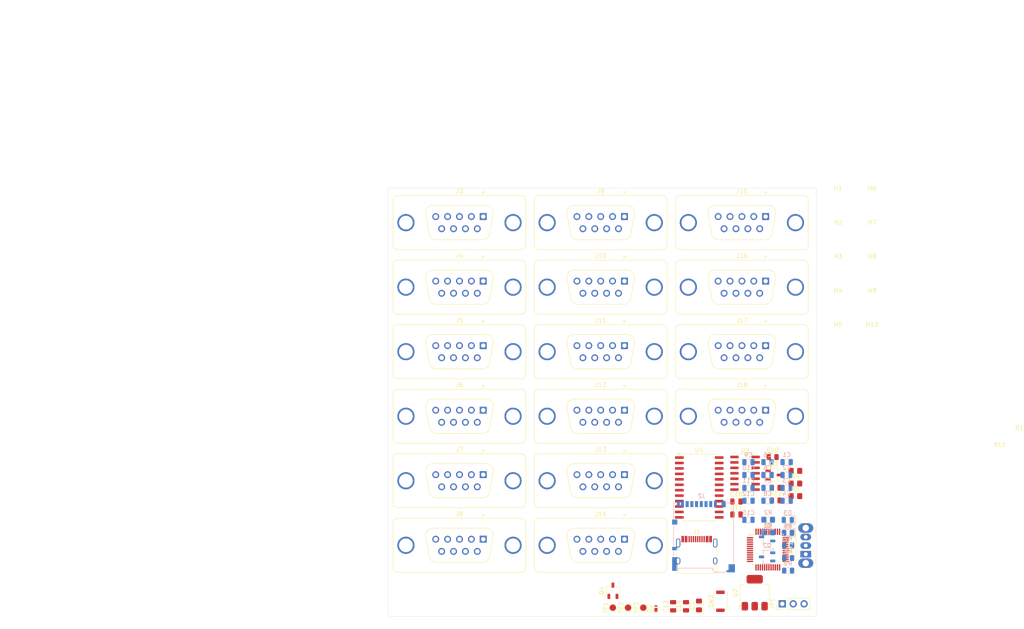
<source format=kicad_pcb>
(kicad_pcb (version 20240108) (generator "pcbnew") (generator_version "8.0")
  (layers (0 "F.Cu" signal) (31 "B.Cu" signal) (34 "B.Paste" user) (35 "F.Paste" user) (36 "B.SilkS" user "B.Silkscreen") (37 "F.SilkS" user "F.Silkscreen") (38 "B.Mask" user) (39 "F.Mask" user) (44 "Edge.Cuts" user))
  (net 0 "")
  (net 1 "+3.3V")
  (net 2 "GND")
  (net 3 "/mcu/HSE_IN")
  (net 4 "/mcu/HSE_OUT")
  (net 5 "/mcu/NRST")
  (net 6 "Net-(D1-K)")
  (net 7 "Net-(JP2-A)")
  (net 8 "Net-(D1-A)")
  (net 9 "Net-(D3-K)")
  (net 10 "Net-(D4-K)")
  (net 11 "VBUS")
  (net 12 "/mcu/UCPD1_CC1")
  (net 13 "/mcu/USB_D+")
  (net 14 "/mcu/UCPD1_CC2")
  (net 16 "/mcu/USB_D-")
  (net 18 "/high_speed_digital/EN_2")
  (net 19 "+5v")
  (net 20 "/high_speed_digital/MOSI-SDA")
  (net 21 "/high_speed_digital/MISO")
  (net 22 "Vbat")
  (net 23 "/high_speed_digital/CLK")
  (net 24 "-5v")
  (net 25 "/high_speed_digital/EN_3")
  (net 26 "/high_speed_digital/EN_4")
  (net 27 "/high_speed_digital/EN_5")
  (net 28 "/high_speed_digital/EN_6")
  (net 29 "/high_speed_digital/EN_7")
  (net 30 "/high_speed_digital/EN_8")
  (net 31 "/high_speed_digital/EN_9")
  (net 32 "/high_speed_digital/EN_10")
  (net 33 "/high_speed_digital/EN_11")
  (net 34 "/high_speed_digital/EN_12")
  (net 35 "/high_speed_digital/EN_13")
  (net 36 "/high_speed_digital/EN_14")
  (net 37 "/high_speed_digital/EN_15")
  (net 38 "/high_speed_digital/EN_16")
  (net 39 "/high_speed_digital/EN_1")
  (net 40 "VBAT")
  (net 41 "Net-(Q1-E)")
  (net 42 "Net-(Q1-B)")
  (net 43 "Net-(Q2-E)")
  (net 44 "Net-(Q2-B)")
  (net 45 "/mcu/SCL")
  (net 46 "Net-(Q3-D)")
  (net 47 "/mcu/I2C_EN")
  (net 48 "/mcu/SDA")
  (net 49 "Net-(Q4-D)")
  (net 50 "Net-(SW1-B)")
  (net 51 "/mcu/BOOT0")
  (net 52 "/interface/SD_CONN")
  (net 53 "/interface/SD_SELECT")
  (net 54 "Net-(U4-Out)")
  (net 84 "Net-(U3-Q0)")
  (net 86 "/high_speed_digital/COUNTER")
  (net 89 "Net-(U3-Q3)")
  (net 91 "/high_speed_digital/COUNTER_RESET")
  (net 92 "Net-(U3-Q1)")
  (net 93 "Net-(U3-Q2)")
  (net 95 "/interface/SCLK")
  (net 97 "/interface/MISO")
  (net 98 "/interface/MOSI")
  (footprint "MountingHole:MountingHole_3.2mm_M3" (layer "F.Cu") (at 216.505 71.601986)
    (property "Reference" "H7" (at 0 -4.2 0) (layer "F.SilkS"))
    (property "Value" "MountingHole")
    (pad "" np_thru_hole circle (at 0 0) (size 3.2 3.2) (drill 3.2) (layers "*.Cu" "*.Mask"))
  )
  (footprint "Resistor_SMD:R_0805_2012Metric" (layer "F.Cu") (at 194.0125 132.311324)
    (property "Reference" "R12" (at 0 -1.65 0) (layer "F.SilkS"))
    (property "Value" "R")
    (pad "1" smd roundrect (at -0.9125 0) (size 1.025 1.4) (layers "F.Cu" "F.Paste" "F.Mask") (roundrect_rratio 0.243902) (net 1 "+3.3V"))
    (pad "2" smd roundrect (at 0.9125 0) (size 1.025 1.4) (layers "F.Cu" "F.Paste" "F.Mask") (roundrect_rratio 0.243902) (net 49 "Net-(Q4-D)"))
  )
  (footprint "Resistor_SMD:R_0805_2012Metric" (layer "F.Cu") (at 194.0125 129.361324)
    (property "Reference" "R11" (at 52.26 -10.013972 0) (layer "F.SilkS"))
    (property "Value" "R")
    (pad "1" smd roundrect (at -0.9125 0) (size 1.025 1.4) (layers "F.Cu" "F.Paste" "F.Mask") (roundrect_rratio 0.243902) (net 1 "+3.3V"))
    (pad "2" smd roundrect (at 0.9125 0) (size 1.025 1.4) (layers "F.Cu" "F.Paste" "F.Mask") (roundrect_rratio 0.243902) (net 46 "Net-(Q3-D)"))
  )
  (footprint "Connector_Dsub:DSUB-9_Female_Vertical_P2.77x2.84mm_MountingHoles" (layer "F.Cu") (at 191.655 111.229338)
    (property "Reference" "J18" (at -5.54 -5.89 0) (layer "F.SilkS"))
    (property "Value" "DE9_Receptacle")
    (pad "0" thru_hole circle (at -18.04 1.42) (size 4 4) (drill 3.2) (layers "*.Cu" "*.Mask"))
    (pad "0" thru_hole circle (at 6.96 1.42) (size 4 4) (drill 3.2) (layers "*.Cu" "*.Mask"))
    (pad "1" thru_hole rect (at 0 0) (size 1.6 1.6) (drill 1) (layers "*.Cu" "*.Mask") (net 23 "/high_speed_digital/CLK"))
    (pad "2" thru_hole circle (at -2.77 0) (size 1.6 1.6) (drill 1) (layers "*.Cu" "*.Mask") (net 20 "/high_speed_digital/MOSI-SDA"))
    (pad "3" thru_hole circle (at -5.54 0) (size 1.6 1.6) (drill 1) (layers "*.Cu" "*.Mask") (net 22 "Vbat"))
    (pad "4" thru_hole circle (at -8.31 0) (size 1.6 1.6) (drill 1) (layers "*.Cu" "*.Mask") (net 19 "+5v"))
    (pad "5" thru_hole circle (at -11.08 0) (size 1.6 1.6) (drill 1) (layers "*.Cu" "*.Mask") (net 2 "GND"))
    (pad "6" thru_hole circle (at -1.385 2.84) (size 1.6 1.6) (drill 1) (layers "*.Cu" "*.Mask") (net 21 "/high_speed_digital/MISO"))
    (pad "7" thru_hole circle (at -4.155 2.84) (size 1.6 1.6) (drill 1) (layers "*.Cu" "*.Mask") (net 39 "/high_speed_digital/EN_1"))
    (pad "8" thru_hole circle (at -6.925 2.84) (size 1.6 1.6) (drill 1) (layers "*.Cu" "*.Mask") (net 24 "-5v"))
    (pad "9" thru_hole circle (at -9.695 2.84) (size 1.6 1.6) (drill 1) (layers "*.Cu" "*.Mask") (net 1 "+3.3V"))
  )
  (footprint "MountingHole:MountingHole_3.2mm_M3" (layer "F.Cu") (at 216.505 95.451986)
    (property "Reference" "H10" (at 0 -4.2 0) (layer "F.SilkS"))
    (property "Value" "MountingHole")
    (pad "" np_thru_hole circle (at 0 0) (size 3.2 3.2) (drill 3.2) (layers "*.Cu" "*.Mask"))
  )
  (footprint "Resistor_SMD:R_0805_2012Metric_Pad1.20x1.40mm_HandSolder" (layer "F.Cu") (at 198.6 125.411324)
    (property "Reference" "R1" (at 52.26 -10.013972 0) (layer "F.SilkS"))
    (property "Value" "10k")
    (pad "1" smd roundrect (at -1 0) (size 1.2 1.4) (layers "F.Cu" "F.Paste" "F.Mask") (roundrect_rratio 0.208333) (net 50 "Net-(SW1-B)"))
    (pad "2" smd roundrect (at 1 0) (size 1.2 1.4) (layers "F.Cu" "F.Paste" "F.Mask") (roundrect_rratio 0.208333) (net 51 "/mcu/BOOT0"))
  )
  (footprint "Package_SO:SOIC-14_3.9x8.7mm_P1.27mm" (layer "F.Cu") (at 186.845 125.973014)
    (property "Reference" "U3" (at 0 -5.28 0) (layer "F.SilkS"))
    (property "Value" "74HC4024")
    (pad "1" smd roundrect (at -2.475 -3.81) (size 1.95 0.6) (layers "F.Cu" "F.Paste" "F.Mask") (net 86 "/high_speed_digital/COUNTER"))
    (pad "2" smd roundrect (at -2.475 -2.54) (size 1.95 0.6) (layers "F.Cu" "F.Paste" "F.Mask") (net 91 "/high_speed_digital/COUNTER_RESET"))
    (pad "3" smd roundrect (at -2.475 -1.27) (size 1.95 0.6) (layers "F.Cu" "F.Paste" "F.Mask"))
    (pad "4" smd roundrect (at -2.475 0) (size 1.95 0.6) (layers "F.Cu" "F.Paste" "F.Mask"))
    (pad "5" smd roundrect (at -2.475 1.27) (size 1.95 0.6) (layers "F.Cu" "F.Paste" "F.Mask"))
    (pad "6" smd roundrect (at -2.475 2.54) (size 1.95 0.6) (layers "F.Cu" "F.Paste" "F.Mask") (net 89 "Net-(U3-Q3)"))
    (pad "7" smd roundrect (at -2.475 3.81) (size 1.95 0.6) (layers "F.Cu" "F.Paste" "F.Mask") (net 2 "GND"))
    (pad "8" smd roundrect (at 2.475 3.81) (size 1.95 0.6) (layers "F.Cu" "F.Paste" "F.Mask"))
    (pad "9" smd roundrect (at 2.475 2.54) (size 1.95 0.6) (layers "F.Cu" "F.Paste" "F.Mask") (net 93 "Net-(U3-Q2)"))
    (pad "10" smd roundrect (at 2.475 1.27) (size 1.95 0.6) (layers "F.Cu" "F.Paste" "F.Mask"))
    (pad "11" smd roundrect (at 2.475 0) (size 1.95 0.6) (layers "F.Cu" "F.Paste" "F.Mask") (net 92 "Net-(U3-Q1)"))
    (pad "12" smd roundrect (at 2.475 -1.27) (size 1.95 0.6) (layers "F.Cu" "F.Paste" "F.Mask") (net 84 "Net-(U3-Q0)"))
    (pad "13" smd roundrect (at 2.475 -2.54) (size 1.95 0.6) (layers "F.Cu" "F.Paste" "F.Mask"))
    (pad "14" smd roundrect (at 2.475 -3.81) (size 1.95 0.6) (layers "F.Cu" "F.Paste" "F.Mask") (net 1 "+3.3V"))
  )
  (footprint "Connector_Dsub:DSUB-9_Female_Vertical_P2.77x2.84mm_MountingHoles" (layer "F.Cu") (at 125.755 81.090662)
    (property "Reference" "J4" (at -5.54 -5.89 0) (layer "F.SilkS"))
    (property "Value" "DE9_Receptacle")
    (pad "0" thru_hole circle (at -18.04 1.42) (size 4 4) (drill 3.2) (layers "*.Cu" "*.Mask"))
    (pad "0" thru_hole circle (at 6.96 1.42) (size 4 4) (drill 3.2) (layers "*.Cu" "*.Mask"))
    (pad "1" thru_hole rect (at 0 0) (size 1.6 1.6) (drill 1) (layers "*.Cu" "*.Mask") (net 23 "/high_speed_digital/CLK"))
    (pad "2" thru_hole circle (at -2.77 0) (size 1.6 1.6) (drill 1) (layers "*.Cu" "*.Mask") (net 20 "/high_speed_digital/MOSI-SDA"))
    (pad "3" thru_hole circle (at -5.54 0) (size 1.6 1.6) (drill 1) (layers "*.Cu" "*.Mask") (net 22 "Vbat"))
    (pad "4" thru_hole circle (at -8.31 0) (size 1.6 1.6) (drill 1) (layers "*.Cu" "*.Mask") (net 19 "+5v"))
    (pad "5" thru_hole circle (at -11.08 0) (size 1.6 1.6) (drill 1) (layers "*.Cu" "*.Mask") (net 2 "GND"))
    (pad "6" thru_hole circle (at -1.385 2.84) (size 1.6 1.6) (drill 1) (layers "*.Cu" "*.Mask") (net 21 "/high_speed_digital/MISO"))
    (pad "7" thru_hole circle (at -4.155 2.84) (size 1.6 1.6) (drill 1) (layers "*.Cu" "*.Mask") (net 25 "/high_speed_digital/EN_3"))
    (pad "8" thru_hole circle (at -6.925 2.84) (size 1.6 1.6) (drill 1) (layers "*.Cu" "*.Mask") (net 24 "-5v"))
    (pad "9" thru_hole circle (at -9.695 2.84) (size 1.6 1.6) (drill 1) (layers "*.Cu" "*.Mask") (net 1 "+3.3V"))
  )
  (footprint "MountingHole:MountingHole_3.2mm_M3" (layer "F.Cu") (at 208.555 63.651986)
    (property "Reference" "H1" (at 0 -4.2 0) (layer "F.SilkS"))
    (property "Value" "MountingHole")
    (pad "" np_thru_hole circle (at 0 0) (size 3.2 3.2) (drill 3.2) (layers "*.Cu" "*.Mask"))
  )
  (footprint "Capacitor_SMD:C_0805_2012Metric" (layer "F.Cu") (at 184.845 132.578014)
    (property "Reference" "C16" (at 0 -1.68 0) (layer "F.SilkS"))
    (property "Value" "C")
    (pad "1" smd roundrect (at -0.95 0) (size 1 1.45) (layers "F.Cu" "F.Paste" "F.Mask") (net 1 "+3.3V"))
    (pad "2" smd roundrect (at 0.95 0) (size 1 1.45) (layers "F.Cu" "F.Paste" "F.Mask") (net 2 "GND"))
  )
  (footprint "Connector_PinHeader_2.54mm:PinHeader_1x03_P2.54mm_Vertical" (layer "F.Cu") (at 195.545 156.461324 90)
    (property "Reference" "JP1" (at 0 -2.33 270) (layer "F.SilkS"))
    (property "Value" "Jumper_3_Open")
    (pad "1" thru_hole rect (at 0 0 90) (size 1.7 1.7) (drill 1) (layers "*.Cu" "*.Mask") (net 40 "VBAT"))
    (pad "2" thru_hole oval (at 0 2.54 90) (size 1.7 1.7) (drill 1) (layers "*.Cu" "*.Mask") (net 8 "Net-(D1-A)"))
    (pad "3" thru_hole oval (at 0 5.08 90) (size 1.7 1.7) (drill 1) (layers "*.Cu" "*.Mask") (net 11 "VBUS"))
  )
  (footprint "Connector_Dsub:DSUB-9_Female_Vertical_P2.77x2.84mm_MountingHoles" (layer "F.Cu") (at 125.755 96.16)
    (property "Reference" "J5" (at -5.54 -5.89 0) (layer "F.SilkS"))
    (property "Value" "DE9_Receptacle")
    (pad "0" thru_hole circle (at -18.04 1.42) (size 4 4) (drill 3.2) (layers "*.Cu" "*.Mask"))
    (pad "0" thru_hole circle (at 6.96 1.42) (size 4 4) (drill 3.2) (layers "*.Cu" "*.Mask"))
    (pad "1" thru_hole rect (at 0 0) (size 1.6 1.6) (drill 1) (layers "*.Cu" "*.Mask") (net 23 "/high_speed_digital/CLK"))
    (pad "2" thru_hole circle (at -2.77 0) (size 1.6 1.6) (drill 1) (layers "*.Cu" "*.Mask") (net 20 "/high_speed_digital/MOSI-SDA"))
    (pad "3" thru_hole circle (at -5.54 0) (size 1.6 1.6) (drill 1) (layers "*.Cu" "*.Mask") (net 22 "Vbat"))
    (pad "4" thru_hole circle (at -8.31 0) (size 1.6 1.6) (drill 1) (layers "*.Cu" "*.Mask") (net 19 "+5v"))
    (pad "5" thru_hole circle (at -11.08 0) (size 1.6 1.6) (drill 1) (layers "*.Cu" "*.Mask") (net 2 "GND"))
    (pad "6" thru_hole circle (at -1.385 2.84) (size 1.6 1.6) (drill 1) (layers "*.Cu" "*.Mask") (net 21 "/high_speed_digital/MISO"))
    (pad "7" thru_hole circle (at -4.155 2.84) (size 1.6 1.6) (drill 1) (layers "*.Cu" "*.Mask") (net 26 "/high_speed_digital/EN_4"))
    (pad "8" thru_hole circle (at -6.925 2.84) (size 1.6 1.6) (drill 1) (layers "*.Cu" "*.Mask") (net 24 "-5v"))
    (pad "9" thru_hole circle (at -9.695 2.84) (size 1.6 1.6) (drill 1) (layers "*.Cu" "*.Mask") (net 1 "+3.3V"))
  )
  (footprint "Connector_Dsub:DSUB-9_Female_Vertical_P2.77x2.84mm_MountingHoles" (layer "F.Cu") (at 158.705 81.090662)
    (property "Reference" "J10" (at -5.54 -5.89 0) (layer "F.SilkS"))
    (property "Value" "DE9_Receptacle")
    (pad "0" thru_hole circle (at -18.04 1.42) (size 4 4) (drill 3.2) (layers "*.Cu" "*.Mask"))
    (pad "0" thru_hole circle (at 6.96 1.42) (size 4 4) (drill 3.2) (layers "*.Cu" "*.Mask"))
    (pad "1" thru_hole rect (at 0 0) (size 1.6 1.6) (drill 1) (layers "*.Cu" "*.Mask") (net 23 "/high_speed_digital/CLK"))
    (pad "2" thru_hole circle (at -2.77 0) (size 1.6 1.6) (drill 1) (layers "*.Cu" "*.Mask") (net 20 "/high_speed_digital/MOSI-SDA"))
    (pad "3" thru_hole circle (at -5.54 0) (size 1.6 1.6) (drill 1) (layers "*.Cu" "*.Mask") (net 22 "Vbat"))
    (pad "4" thru_hole circle (at -8.31 0) (size 1.6 1.6) (drill 1) (layers "*.Cu" "*.Mask") (net 19 "+5v"))
    (pad "5" thru_hole circle (at -11.08 0) (size 1.6 1.6) (drill 1) (layers "*.Cu" "*.Mask") (net 2 "GND"))
    (pad "6" thru_hole circle (at -1.385 2.84) (size 1.6 1.6) (drill 1) (layers "*.Cu" "*.Mask") (net 21 "/high_speed_digital/MISO"))
    (pad "7" thru_hole circle (at -4.155 2.84) (size 1.6 1.6) (drill 1) (layers "*.Cu" "*.Mask") (net 31 "/high_speed_digital/EN_9"))
    (pad "8" thru_hole circle (at -6.925 2.84) (size 1.6 1.6) (drill 1) (layers "*.Cu" "*.Mask") (net 24 "-5v"))
    (pad "9" thru_hole circle (at -9.695 2.84) (size 1.6 1.6) (drill 1) (layers "*.Cu" "*.Mask") (net 1 "+3.3V"))
  )
  (footprint "Button_Switch_SMD:SW_Push_SPST_NO_Alps_SKRK" (layer "F.Cu") (at 181.1 155.861324 90)
    (property "Reference" "SW2" (at 0 -2.25 270) (layer "F.SilkS"))
    (property "Value" "RESET")
    (pad "1" smd roundrect (at -2.1 0 90) (size 0.8 2) (layers "F.Cu" "F.Paste" "F.Mask") (net 2 "GND"))
    (pad "2" smd roundrect (at 2.1 0 90) (size 0.8 2) (layers "F.Cu" "F.Paste" "F.Mask") (net 5 "/mcu/NRST"))
  )
  (footprint "Package_SO:SOIC-24W_7.5x15.4mm_P1.27mm" (layer "F.Cu") (at 176.165 129.288014)
    (property "Reference" "U4" (at 0 -8.65 0) (layer "F.SilkS"))
    (property "Value" "~")
    (pad "1" smd roundrect (at -4.65 -6.985) (size 2.05 0.6) (layers "F.Cu" "F.Paste" "F.Mask") (net 54 "Net-(U4-Out)"))
    (pad "2" smd roundrect (at -4.65 -5.715) (size 2.05 0.6) (layers "F.Cu" "F.Paste" "F.Mask") (net 30 "/high_speed_digital/EN_8"))
    (pad "3" smd roundrect (at -4.65 -4.445) (size 2.05 0.6) (layers "F.Cu" "F.Paste" "F.Mask") (net 29 "/high_speed_digital/EN_7"))
    (pad "4" smd roundrect (at -4.65 -3.175) (size 2.05 0.6) (layers "F.Cu" "F.Paste" "F.Mask") (net 28 "/high_speed_digital/EN_6"))
    (pad "5" smd roundrect (at -4.65 -1.905) (size 2.05 0.6) (layers "F.Cu" "F.Paste" "F.Mask") (net 27 "/high_speed_digital/EN_5"))
    (pad "6" smd roundrect (at -4.65 -0.635) (size 2.05 0.6) (layers "F.Cu" "F.Paste" "F.Mask") (net 26 "/high_speed_digital/EN_4"))
    (pad "7" smd roundrect (at -4.65 0.635) (size 2.05 0.6) (layers "F.Cu" "F.Paste" "F.Mask") (net 25 "/high_speed_digital/EN_3"))
    (pad "8" smd roundrect (at -4.65 1.905) (size 2.05 0.6) (layers "F.Cu" "F.Paste" "F.Mask") (net 18 "/high_speed_digital/EN_2"))
    (pad "9" smd roundrect (at -4.65 3.175) (size 2.05 0.6) (layers "F.Cu" "F.Paste" "F.Mask") (net 39 "/high_speed_digital/EN_1"))
    (pad "10" smd roundrect (at -4.65 4.445) (size 2.05 0.6) (layers "F.Cu" "F.Paste" "F.Mask") (net 89 "Net-(U3-Q3)"))
    (pad "11" smd roundrect (at -4.65 5.715) (size 2.05 0.6) (layers "F.Cu" "F.Paste" "F.Mask") (net 93 "Net-(U3-Q2)"))
    (pad "12" smd roundrect (at -4.65 6.985) (size 2.05 0.6) (layers "F.Cu" "F.Paste" "F.Mask") (net 2 "GND"))
    (pad "13" smd roundrect (at 4.65 6.985) (size 2.05 0.6) (layers "F.Cu" "F.Paste" "F.Mask") (net 84 "Net-(U3-Q0)"))
    (pad "14" smd roundrect (at 4.65 5.715) (size 2.05 0.6) (layers "F.Cu" "F.Paste" "F.Mask") (net 92 "Net-(U3-Q1)"))
    (pad "15" smd roundrect (at 4.65 4.445) (size 2.05 0.6) (layers "F.Cu" "F.Paste" "F.Mask") (net 2 "GND"))
    (pad "16" smd roundrect (at 4.65 3.175) (size 2.05 0.6) (layers "F.Cu" "F.Paste" "F.Mask") (net 38 "/high_speed_digital/EN_16"))
    (pad "17" smd roundrect (at 4.65 1.905) (size 2.05 0.6) (layers "F.Cu" "F.Paste" "F.Mask") (net 37 "/high_speed_digital/EN_15"))
    (pad "18" smd roundrect (at 4.65 0.635) (size 2.05 0.6) (layers "F.Cu" "F.Paste" "F.Mask") (net 36 "/high_speed_digital/EN_14"))
    (pad "19" smd roundrect (at 4.65 -0.635) (size 2.05 0.6) (layers "F.Cu" "F.Paste" "F.Mask") (net 35 "/high_speed_digital/EN_13"))
    (pad "20" smd roundrect (at 4.65 -1.905) (size 2.05 0.6) (layers "F.Cu" "F.Paste" "F.Mask") (net 34 "/high_speed_digital/EN_12"))
    (pad "21" smd roundrect (at 4.65 -3.175) (size 2.05 0.6) (layers "F.Cu" "F.Paste" "F.Mask") (net 33 "/high_speed_digital/EN_11"))
    (pad "22" smd roundrect (at 4.65 -4.445) (size 2.05 0.6) (layers "F.Cu" "F.Paste" "F.Mask") (net 32 "/high_speed_digital/EN_10"))
    (pad "23" smd roundrect (at 4.65 -5.715) (size 2.05 0.6) (layers "F.Cu" "F.Paste" "F.Mask") (net 31 "/high_speed_digital/EN_9"))
    (pad "24" smd roundrect (at 4.65 -6.985) (size 2.05 0.6) (layers "F.Cu" "F.Paste" "F.Mask") (net 1 "+3.3V"))
  )
  (footprint "Capacitor_SMD:C_0805_2012Metric" (layer "F.Cu") (at 173.075 157.031324 90)
    (property "Reference" "C14" (at 0 -1.68 270) (layer "F.SilkS"))
    (property "Value" "22u")
    (pad "1" smd roundrect (at -0.95 0 90) (size 1 1.45) (layers "F.Cu" "F.Paste" "F.Mask") (net 7 "Net-(JP2-A)"))
    (pad "2" smd roundrect (at 0.95 0 90) (size 1 1.45) (layers "F.Cu" "F.Paste" "F.Mask") (net 2 "GND"))
  )
  (footprint "Capacitor_SMD:C_0805_2012Metric" (layer "F.Cu") (at 184.845 135.588014)
    (property "Reference" "C17" (at 0 -1.68 0) (layer "F.SilkS"))
    (property "Value" "C")
    (pad "1" smd roundrect (at -0.95 0) (size 1 1.45) (layers "F.Cu" "F.Paste" "F.Mask") (net 1 "+3.3V"))
    (pad "2" smd roundrect (at 0.95 0) (size 1 1.45) (layers "F.Cu" "F.Paste" "F.Mask") (net 2 "GND"))
  )
  (footprint "Connector_Dsub:DSUB-9_Female_Vertical_P2.77x2.84mm_MountingHoles" (layer "F.Cu") (at 158.705 111.229338)
    (property "Reference" "J12" (at -5.54 -5.89 0) (layer "F.SilkS"))
    (property "Value" "DE9_Receptacle")
    (pad "0" thru_hole circle (at -18.04 1.42) (size 4 4) (drill 3.2) (layers "*.Cu" "*.Mask"))
    (pad "0" thru_hole circle (at 6.96 1.42) (size 4 4) (drill 3.2) (layers "*.Cu" "*.Mask"))
    (pad "1" thru_hole rect (at 0 0) (size 1.6 1.6) (drill 1) (layers "*.Cu" "*.Mask") (net 23 "/high_speed_digital/CLK"))
    (pad "2" thru_hole circle (at -2.77 0) (size 1.6 1.6) (drill 1) (layers "*.Cu" "*.Mask") (net 20 "/high_speed_digital/MOSI-SDA"))
    (pad "3" thru_hole circle (at -5.54 0) (size 1.6 1.6) (drill 1) (layers "*.Cu" "*.Mask") (net 22 "Vbat"))
    (pad "4" thru_hole circle (at -8.31 0) (size 1.6 1.6) (drill 1) (layers "*.Cu" "*.Mask") (net 19 "+5v"))
    (pad "5" thru_hole circle (at -11.08 0) (size 1.6 1.6) (drill 1) (layers "*.Cu" "*.Mask") (net 2 "GND"))
    (pad "6" thru_hole circle (at -1.385 2.84) (size 1.6 1.6) (drill 1) (layers "*.Cu" "*.Mask") (net 21 "/high_speed_digital/MISO"))
    (pad "7" thru_hole circle (at -4.155 2.84) (size 1.6 1.6) (drill 1) (layers "*.Cu" "*.Mask") (net 33 "/high_speed_digital/EN_11"))
    (pad "8" thru_hole circle (at -6.925 2.84) (size 1.6 1.6) (drill 1) (layers "*.Cu" "*.Mask") (net 24 "-5v"))
    (pad "9" thru_hole circle (at -9.695 2.84) (size 1.6 1.6) (drill 1) (layers "*.Cu" "*.Mask") (net 1 "+3.3V"))
  )
  (footprint "TestPoint:TestPoint_Pad_D1.5mm" (layer "F.Cu") (at 159.55 157.361324 90)
    (property "Reference" "TP2" (at 0 -1.648 270) (layer "F.SilkS"))
    (property "Value" "3.3V")
    (pad "1" smd circle (at 0 0 90) (size 1.5 1.5) (layers "F.Cu" "F.Mask") (net 7 "Net-(JP2-A)"))
  )
  (footprint "Connector_Dsub:DSUB-9_Female_Vertical_P2.77x2.84mm_MountingHoles" (layer "F.Cu") (at 158.705 96.16)
    (property "Reference" "J11" (at -5.54 -5.89 0) (layer "F.SilkS"))
    (property "Value" "DE9_Receptacle")
    (pad "0" thru_hole circle (at -18.04 1.42) (size 4 4) (drill 3.2) (layers "*.Cu" "*.Mask"))
    (pad "0" thru_hole circle (at 6.96 1.42) (size 4 4) (drill 3.2) (layers "*.Cu" "*.Mask"))
    (pad "1" thru_hole rect (at 0 0) (size 1.6 1.6) (drill 1) (layers "*.Cu" "*.Mask") (net 23 "/high_speed_digital/CLK"))
    (pad "2" thru_hole circle (at -2.77 0) (size 1.6 1.6) (drill 1) (layers "*.Cu" "*.Mask") (net 20 "/high_speed_digital/MOSI-SDA"))
    (pad "3" thru_hole circle (at -5.54 0) (size 1.6 1.6) (drill 1) (layers "*.Cu" "*.Mask") (net 22 "Vbat"))
    (pad "4" thru_hole circle (at -8.31 0) (size 1.6 1.6) (drill 1) (layers "*.Cu" "*.Mask") (net 19 "+5v"))
    (pad "5" thru_hole circle (at -11.08 0) (size 1.6 1.6) (drill 1) (layers "*.Cu" "*.Mask") (net 2 "GND"))
    (pad "6" thru_hole circle (at -1.385 2.84) (size 1.6 1.6) (drill 1) (layers "*.Cu" "*.Mask") (net 21 "/high_speed_digital/MISO"))
    (pad "7" thru_hole circle (at -4.155 2.84) (size 1.6 1.6) (drill 1) (layers "*.Cu" "*.Mask") (net 32 "/high_speed_digital/EN_10"))
    (pad "8" thru_hole circle (at -6.925 2.84) (size 1.6 1.6) (drill 1) (layers "*.Cu" "*.Mask") (net 24 "-5v"))
    (pad "9" thru_hole circle (at -9.695 2.84) (size 1.6 1.6) (drill 1) (layers "*.Cu" "*.Mask") (net 1 "+3.3V"))
  )
  (footprint "Package_TO_SOT_SMD:TSOT-23" (layer "F.Cu") (at 156.015 153.411324 90)
    (property "Reference" "Q4" (at 0 -2.6 270) (layer "F.SilkS"))
    (property "Value" "PMOS")
    (pad "1" smd roundrect (at -1.31 -0.95 90) (size 1.22 0.65) (layers "F.Cu" "F.Paste" "F.Mask") (net 49 "Net-(Q4-D)"))
    (pad "2" smd roundrect (at -1.31 0.95 90) (size 1.22 0.65) (layers "F.Cu" "F.Paste" "F.Mask") (net 47 "/mcu/I2C_EN"))
    (pad "3" smd roundrect (at 1.31 0 90) (size 1.22 0.65) (layers "F.Cu" "F.Paste" "F.Mask") (net 48 "/mcu/SDA"))
  )
  (footprint "Connector_Dsub:DSUB-9_Female_Vertical_P2.77x2.84mm_MountingHoles" (layer "F.Cu") (at 125.755 141.368014)
    (property "Reference" "J8" (at -5.54 -5.89 0) (layer "F.SilkS"))
    (property "Value" "DE9_Receptacle")
    (pad "0" thru_hole circle (at -18.04 1.42) (size 4 4) (drill 3.2) (layers "*.Cu" "*.Mask"))
    (pad "0" thru_hole circle (at 6.96 1.42) (size 4 4) (drill 3.2) (layers "*.Cu" "*.Mask"))
    (pad "1" thru_hole rect (at 0 0) (size 1.6 1.6) (drill 1) (layers "*.Cu" "*.Mask") (net 23 "/high_speed_digital/CLK"))
    (pad "2" thru_hole circle (at -2.77 0) (size 1.6 1.6) (drill 1) (layers "*.Cu" "*.Mask") (net 20 "/high_speed_digital/MOSI-SDA"))
    (pad "3" thru_hole circle (at -5.54 0) (size 1.6 1.6) (drill 1) (layers "*.Cu" "*.Mask") (net 22 "Vbat"))
    (pad "4" thru_hole circle (at -8.31 0) (size 1.6 1.6) (drill 1) (layers "*.Cu" "*.Mask") (net 19 "+5v"))
    (pad "5" thru_hole circle (at -11.08 0) (size 1.6 1.6) (drill 1) (layers "*.Cu" "*.Mask") (net 2 "GND"))
    (pad "6" thru_hole circle (at -1.385 2.84) (size 1.6 1.6) (drill 1) (layers "*.Cu" "*.Mask") (net 21 "/high_speed_digital/MISO"))
    (pad "7" thru_hole circle (at -4.155 2.84) (size 1.6 1.6) (drill 1) (layers "*.Cu" "*.Mask") (net 29 "/high_speed_digital/EN_7"))
    (pad "8" thru_hole circle (at -6.925 2.84) (size 1.6 1.6) (drill 1) (layers "*.Cu" "*.Mask") (net 24 "-5v"))
    (pad "9" thru_hole circle (at -9.695 2.84) (size 1.6 1.6) (drill 1) (layers "*.Cu" "*.Mask") (net 1 "+3.3V"))
  )
  (footprint "Connector_Dsub:DSUB-9_Female_Vertical_P2.77x2.84mm_MountingHoles" (layer "F.Cu") (at 125.755 126.298676)
    (property "Reference" "J7" (at -5.54 -5.89 0) (layer "F.SilkS"))
    (property "Value" "DE9_Receptacle")
    (pad "0" thru_hole circle (at -18.04 1.42) (size 4 4) (drill 3.2) (layers "*.Cu" "*.Mask"))
    (pad "0" thru_hole circle (at 6.96 1.42) (size 4 4) (drill 3.2) (layers "*.Cu" "*.Mask"))
    (pad "1" thru_hole rect (at 0 0) (size 1.6 1.6) (drill 1) (layers "*.Cu" "*.Mask") (net 23 "/high_speed_digital/CLK"))
    (pad "2" thru_hole circle (at -2.77 0) (size 1.6 1.6) (drill 1) (layers "*.Cu" "*.Mask") (net 20 "/high_speed_digital/MOSI-SDA"))
    (pad "3" thru_hole circle (at -5.54 0) (size 1.6 1.6) (drill 1) (layers "*.Cu" "*.Mask") (net 22 "Vbat"))
    (pad "4" thru_hole circle (at -8.31 0) (size 1.6 1.6) (drill 1) (layers "*.Cu" "*.Mask") (net 19 "+5v"))
    (pad "5" thru_hole circle (at -11.08 0) (size 1.6 1.6) (drill 1) (layers "*.Cu" "*.Mask") (net 2 "GND"))
    (pad "6" thru_hole circle (at -1.385 2.84) (size 1.6 1.6) (drill 1) (layers "*.Cu" "*.Mask") (net 21 "/high_speed_digital/MISO"))
    (pad "7" thru_hole circle (at -4.155 2.84) (size 1.6 1.6) (drill 1) (layers "*.Cu" "*.Mask") (net 28 "/high_speed_digital/EN_6"))
    (pad "8" thru_hole circle (at -6.925 2.84) (size 1.6 1.6) (drill 1) (layers "*.Cu" "*.Mask") (net 24 "-5v"))
    (pad "9" thru_hole circle (at -9.695 2.84) (size 1.6 1.6) (drill 1) (layers "*.Cu" "*.Mask") (net 1 "+3.3V"))
  )
  (footprint "Diode_SMD:Nexperia_DSN1608-2_1.6x0.8mm" (layer "F.Cu") (at 166.05 157.561324 90)
    (property "Reference" "D2" (at 0 -1.43 270) (layer "F.SilkS"))
    (property "Value" "PTVS5V0Z1USK")
    (pad "1" smd roundrect (at -0.285 0 90) (size 0.93 0.7) (layers "F.Cu" "F.Paste" "F.Mask") (roundrect_rratio 0.1071428571) (net 6 "Net-(D1-K)"))
    (pad "2" smd roundrect (at 0.6 0 90) (size 0.3 0.7) (layers "F.Cu" "F.Paste" "F.Mask") (net 2 "GND"))
  )
  (footprint "Connector_Dsub:DSUB-9_Female_Vertical_P2.77x2.84mm_MountingHoles" (layer "F.Cu") (at 158.705 141.368014)
    (property "Reference" "J14" (at -5.54 -5.89 0) (layer "F.SilkS"))
    (property "Value" "DE9_Receptacle")
    (pad "0" thru_hole circle (at -18.04 1.42) (size 4 4) (drill 3.2) (layers "*.Cu" "*.Mask"))
    (pad "0" thru_hole circle (at 6.96 1.42) (size 4 4) (drill 3.2) (layers "*.Cu" "*.Mask"))
    (pad "1" thru_hole rect (at 0 0) (size 1.6 1.6) (drill 1) (layers "*.Cu" "*.Mask") (net 23 "/high_speed_digital/CLK"))
    (pad "2" thru_hole circle (at -2.77 0) (size 1.6 1.6) (drill 1) (layers "*.Cu" "*.Mask") (net 20 "/high_speed_digital/MOSI-SDA"))
    (pad "3" thru_hole circle (at -5.54 0) (size 1.6 1.6) (drill 1) (layers "*.Cu" "*.Mask") (net 22 "Vbat"))
    (pad "4" thru_hole circle (at -8.31 0) (size 1.6 1.6) (drill 1) (layers "*.Cu" "*.Mask") (net 19 "+5v"))
    (pad "5" thru_hole circle (at -11.08 0) (size 1.6 1.6) (drill 1) (layers "*.Cu" "*.Mask") (net 2 "GND"))
    (pad "6" thru_hole circle (at -1.385 2.84) (size 1.6 1.6) (drill 1) (layers "*.Cu" "*.Mask") (net 21 "/high_speed_digital/MISO"))
    (pad "7" thru_hole circle (at -4.155 2.84) (size 1.6 1.6) (drill 1) (layers "*.Cu" "*.Mask") (net 35 "/high_speed_digital/EN_13"))
    (pad "8" thru_hole circle (at -6.925 2.84) (size 1.6 1.6) (drill 1) (layers "*.Cu" "*.Mask") (net 24 "-5v"))
    (pad "9" thru_hole circle (at -9.695 2.84) (size 1.6 1.6) (drill 1) (layers "*.Cu" "*.Mask") (net 1 "+3.3V"))
  )
  (footprint "Package_QFP:LQFP-48_7x7mm_P0.5mm" (layer "F.Cu") (at 192.165 143.788014)
    (property "Reference" "U1" (at 0 -5.85 0) (layer "F.SilkS"))
    (property "Value" "STM32G431CBTx")
    (pad "1" smd roundrect (at -4.1625 -2.75) (size 1.475 0.3) (layers "F.Cu" "F.Paste" "F.Mask") (net 1 "+3.3V"))
    (pad "2" smd roundrect (at -4.1625 -2.25) (size 1.475 0.3) (layers "F.Cu" "F.Paste" "F.Mask") (net 40 "VBAT"))
    (pad "3" smd roundrect (at -4.1625 -1.75) (size 1.475 0.3) (layers "F.Cu" "F.Paste" "F.Mask"))
    (pad "4" smd roundrect (at -4.1625 -1.25) (size 1.475 0.3) (layers "F.Cu" "F.Paste" "F.Mask"))
    (pad "5" smd roundrect (at -4.1625 -0.75) (size 1.475 0.3) (layers "F.Cu" "F.Paste" "F.Mask") (net 3 "/mcu/HSE_IN"))
    (pad "6" smd roundrect (at -4.1625 -0.25) (size 1.475 0.3) (layers "F.Cu" "F.Paste" "F.Mask") (net 4 "/mcu/HSE_OUT"))
    (pad "7" smd roundrect (at -4.1625 0.25) (size 1.475 0.3) (layers "F.Cu" "F.Paste" "F.Mask") (net 5 "/mcu/NRST"))
    (pad "8" smd roundrect (at -4.1625 0.75) (size 1.475 0.3) (layers "F.Cu" "F.Paste" "F.Mask"))
    (pad "9" smd roundrect (at -4.1625 1.25) (size 1.475 0.3) (layers "F.Cu" "F.Paste" "F.Mask"))
    (pad "10" smd roundrect (at -4.1625 1.75) (size 1.475 0.3) (layers "F.Cu" "F.Paste" "F.Mask"))
    (pad "11" smd roundrect (at -4.1625 2.25) (size 1.475 0.3) (layers "F.Cu" "F.Paste" "F.Mask"))
    (pad "12" smd roundrect (at -4.1625 2.75) (size 1.475 0.3) (layers "F.Cu" "F.Paste" "F.Mask"))
    (pad "13" smd roundrect (at -2.75 4.1625) (size 0.3 1.475) (layers "F.Cu" "F.Paste" "F.Mask"))
    (pad "14" smd roundrect (at -2.25 4.1625) (size 0.3 1.475) (layers "F.Cu" "F.Paste" "F.Mask"))
    (pad "15" smd roundrect (at -1.75 4.1625) (size 0.3 1.475) (layers "F.Cu" "F.Paste" "F.Mask"))
    (pad "16" smd roundrect (at -1.25 4.1625) (size 0.3 1.475) (layers "F.Cu" "F.Paste" "F.Mask"))
    (pad "17" smd roundrect (at -0.75 4.1625) (size 0.3 1.475) (layers "F.Cu" "F.Paste" "F.Mask"))
    (pad "18" smd roundrect (at -0.25 4.1625) (size 0.3 1.475) (layers "F.Cu" "F.Paste" "F.Mask"))
    (pad "19" smd roundrect (at 0.25 4.1625) (size 0.3 1.475) (layers "F.Cu" "F.Paste" "F.Mask") (net 2 "GND"))
    (pad "20" smd roundrect (at 0.75 4.1625) (size 0.3 1.475) (layers "F.Cu" "F.Paste" "F.Mask") (net 1 "+3.3V"))
    (pad "21" smd roundrect (at 1.25 4.1625) (size 0.3 1.475) (layers "F.Cu" "F.Paste" "F.Mask") (net 1 "+3.3V"))
    (pad "22" smd roundrect (at 1.75 4.1625) (size 0.3 1.475) (layers "F.Cu" "F.Paste" "F.Mask"))
    (pad "23" smd roundrect (at 2.25 4.1625) (size 0.3 1.475) (layers "F.Cu" "F.Paste" "F.Mask") (net 2 "GND"))
    (pad "24" smd roundrect (at 2.75 4.1625) (size 0.3 1.475) (layers "F.Cu" "F.Paste" "F.Mask") (net 1 "+3.3V"))
    (pad "25" smd roundrect (at 4.1625 2.75) (size 1.475 0.3) (layers "F.Cu" "F.Paste" "F.Mask"))
    (pad "26" smd roundrect (at 4.1625 2.25) (size 1.475 0.3) (layers "F.Cu" "F.Paste" "F.Mask"))
    (pad "27" smd roundrect (at 4.1625 1.75) (size 1.475 0.3) (layers "F.Cu" "F.Paste" "F.Mask"))
    (pad "28" smd roundrect (at 4.1625 1.25) (size 1.475 0.3) (layers "F.Cu" "F.Paste" "F.Mask"))
    (pad "29" smd roundrect (at 4.1625 0.75) (size 1.475 0.3) (layers "F.Cu" "F.Paste" "F.Mask"))
    (pad "30" smd roundrect (at 4.1625 0.25) (size 1.475 0.3) (layers "F.Cu" "F.Paste" "F.Mask"))
    (pad "31" smd roundrect (at 4.1625 -0.25) (size 1.475 0.3) (layers "F.Cu" "F.Paste" "F.Mask") (net 12 "/mcu/UCPD1_CC1"))
    (pad "32" smd roundrect (at 4.1625 -0.75) (size 1.475 0.3) (layers "F.Cu" "F.Paste" "F.Mask") (net 14 "/mcu/UCPD1_CC2"))
    (pad "33" smd roundrect (at 4.1625 -1.25) (size 1.475 0.3) (layers "F.Cu" "F.Paste" "F.Mask") (net 16 "/mcu/USB_D-"))
    (pad "34" smd roundrect (at 4.1625 -1.75) (size 1.475 0.3) (layers "F.Cu" "F.Paste" "F.Mask") (net 13 "/mcu/USB_D+"))
    (pad "35" smd roundrect (at 4.1625 -2.25) (size 1.475 0.3) (layers "F.Cu" "F.Paste" "F.Mask") (net 2 "GND"))
    (pad "36" smd roundrect (at 4.1625 -2.75) (size 1.475 0.3) (layers "F.Cu" "F.Paste" "F.Mask") (net 1 "+3.3V"))
    (pad "37" smd roundrect (at 2.75 -4.1625) (size 0.3 1.475) (layers "F.Cu" "F.Paste" "F.Mask"))
    (pad "38" smd roundrect (at 2.25 -4.1625) (size 0.3 1.475) (layers "F.Cu" "F.Paste" "F.Mask"))
    (pad "39" smd roundrect (at 1.75 -4.1625) (size 0.3 1.475) (layers "F.Cu" "F.Paste" "F.Mask"))
    (pad "40" smd roundrect (at 1.25 -4.1625) (size 0.3 1.475) (layers "F.Cu" "F.Paste" "F.Mask"))
    (pad "41" smd roundrect (at 0.75 -4.1625) (size 0.3 1.475) (layers "F.Cu" "F.Paste" "F.Mask") (net 14 "/mcu/UCPD1_CC2"))
    (pad "42" smd roundrect (at 0.25 -4.1625) (size 0.3 1.475) (layers "F.Cu" "F.Paste" "F.Mask"))
    (pad "43" smd roundrect (at -0.25 -4.1625) (size 0.3 1.475) (layers "F.Cu" "F.Paste" "F.Mask") (net 12 "/mcu/UCPD1_CC1"))
    (pad "44" smd roundrect (at -0.75 -4.1625) (size 0.3 1.475) (layers "F.Cu" "F.Paste" "F.Mask"))
    (pad "45" smd roundrect (at -1.25 -4.1625) (size 0.3 1.475) (layers "F.Cu" "F.Paste" "F.Mask") (net 51 "/mcu/BOOT0"))
    (pad "46" smd roundrect (at -1.75 -4.1625) (size 0.3 1.475) (layers "F.Cu" "F.Paste" "F.Mask"))
    (pad "47" smd roundrect (at -2.25 -4.1625) (size 0.3 1.475) (layers "F.Cu" "F.Paste" "F.Mask") (net 2 "GND"))
    (pad "48" smd roundrect (at -2.75 -4.1625) (size 0.3 1.475) (layers "F.Cu" "F.Paste" "F.Mask") (net 1 "+3.3V"))
  )
  (footprint "TestPoint:TestPoint_Pad_D1.5mm" (layer "F.Cu") (at 163.1 157.361324 90)
    (property "Reference" "TP3" (at 0 -1.648 270) (layer "F.SilkS"))
    (property "Value" "GND")
    (pad "1" smd circle (at 0 0 90) (size 1.5 1.5) (layers "F.Cu" "F.Mask") (net 2 "GND"))
  )
  (footprint "Capacitor_SMD:C_0805_2012Metric" (layer "F.Cu") (at 170.065 157.031324 90)
    (property "Reference" "C13" (at 0 -1.68 270) (layer "F.SilkS"))
    (property "Value" "10u")
    (pad "1" smd roundrect (at -0.95 0 90) (size 1 1.45) (layers "F.Cu" "F.Paste" "F.Mask") (net 6 "Net-(D1-K)"))
    (pad "2" smd roundrect (at 0.95 0 90) (size 1 1.45) (layers "F.Cu" "F.Paste" "F.Mask") (net 2 "GND"))
  )
  (footprint "Button_Switch_THT:SW_Slide_SPDT_Angled_CK_OS102011MA1Q" (layer "F.Cu") (at 201.01 144.857352 90)
    (property "Reference" "SW1" (at 1.4 -3.6 270) (layer "F.SilkS"))
    (property "Value" "SW_SPDT")
    (pad "" thru_hole oval (at -2.1 0 90) (size 2.2 3.5) (drill 1.5) (layers "*.Cu" "*.Mask"))
    (pad "" thru_hole oval (at 6.1 0 90) (size 2.2 3.5) (drill 1.5) (layers "*.Cu" "*.Mask"))
    (pad "1" thru_hole rect (at 0 0 90) (size 1.5 2.5) (drill 0.9) (layers "*.Cu" "*.Mask") (net 2 "GND"))
    (pad "2" thru_hole oval (at 2 0 90) (size 1.5 2.5) (drill 0.9) (layers "*.Cu" "*.Mask") (net 50 "Net-(SW1-B)"))
    (pad "3" thru_hole oval (at 4 0 90) (size 1.5 2.5) (drill 0.9) (layers "*.Cu" "*.Mask") (net 1 "+3.3V"))
  )
  (footprint "MountingHole:MountingHole_3.2mm_M3" (layer "F.Cu") (at 208.555 71.601986)
    (property "Reference" "H2" (at 0 -4.2 0) (layer "F.SilkS"))
    (property "Value" "MountingHole")
    (pad "" np_thru_hole circle (at 0 0) (size 3.2 3.2) (drill 3.2) (layers "*.Cu" "*.Mask"))
  )
  (footprint "Diode_SMD:D_0805_2012Metric_Pad1.15x1.40mm_HandSolder" (layer "F.Cu") (at 176.1 156.836324 90)
    (property "Reference" "D1" (at 0 -1.65 270) (layer "F.SilkS"))
    (property "Value" "D_Schottky")
    (pad "1" smd roundrect (at -1.025 0 90) (size 1.15 1.4) (layers "F.Cu" "F.Paste" "F.Mask") (roundrect_rratio 0.217391) (net 6 "Net-(D1-K)"))
    (pad "2" smd roundrect (at 1.025 0 90) (size 1.15 1.4) (layers "F.Cu" "F.Paste" "F.Mask") (roundrect_rratio 0.217391) (net 8 "Net-(D1-A)"))
  )
  (footprint "Resistor_SMD:R_0805_2012Metric_Pad1.20x1.40mm_HandSolder" (layer "F.Cu") (at 198.6 128.361324)
    (property "Reference" "R4" (at 0 -1.65 0) (layer "F.SilkS"))
    (property "Value" "R")
    (pad "1" smd roundrect (at -1 0) (size 1.2 1.4) (layers "F.Cu" "F.Paste" "F.Mask") (roundrect_rratio 0.208333) (net 40 "VBAT"))
    (pad "2" smd roundrect (at 1 0) (size 1.2 1.4) (layers "F.Cu" "F.Paste" "F.Mask") (roundrect_rratio 0.208333) (net 40 "VBAT"))
  )
  (footprint "Connector_Dsub:DSUB-9_Female_Vertical_P2.77x2.84mm_MountingHoles" (layer "F.Cu") (at 158.705 126.298676)
    (property "Reference" "J13" (at -5.54 -5.89 0) (layer "F.SilkS"))
    (property "Value" "DE9_Receptacle")
    (pad "0" thru_hole circle (at -18.04 1.42) (size 4 4) (drill 3.2) (layers "*.Cu" "*.Mask"))
    (pad "0" thru_hole circle (at 6.96 1.42) (size 4 4) (drill 3.2) (layers "*.Cu" "*.Mask"))
    (pad "1" thru_hole rect (at 0 0) (size 1.6 1.6) (drill 1) (layers "*.Cu" "*.Mask") (net 23 "/high_speed_digital/CLK"))
    (pad "2" thru_hole circle (at -2.77 0) (size 1.6 1.6) (drill 1) (layers "*.Cu" "*.Mask") (net 20 "/high_speed_digital/MOSI-SDA"))
    (pad "3" thru_hole circle (at -5.54 0) (size 1.6 1.6) (drill 1) (layers "*.Cu" "*.Mask") (net 22 "Vbat"))
    (pad "4" thru_hole circle (at -8.31 0) (size 1.6 1.6) (drill 1) (layers "*.Cu" "*.Mask") (net 19 "+5v"))
    (pad "5" thru_hole circle (at -11.08 0) (size 1.6 1.6) (drill 1) (layers "*.Cu" "*.Mask") (net 2 "GND"))
    (pad "6" thru_hole circle (at -1.385 2.84) (size 1.6 1.6) (drill 1) (layers "*.Cu" "*.Mask") (net 21 "/high_speed_digital/MISO"))
    (pad "7" thru_hole circle (at -4.155 2.84) (size 1.6 1.6) (drill 1) (layers "*.Cu" "*.Mask") (net 34 "/high_speed_digital/EN_12"))
    (pad "8" thru_hole circle (at -6.925 2.84) (size 1.6 1.6) (drill 1) (layers "*.Cu" "*.Mask") (net 24 "-5v"))
    (pad "9" thru_hole circle (at -9.695 2.84) (size 1.6 1.6) (drill 1) (layers "*.Cu" "*.Mask") (net 1 "+3.3V"))
  )
  (footprint "Resistor_SMD:R_0805_2012Metric" (layer "F.Cu") (at 193.275 122.188014)
    (property "Reference" "R10" (at 0 -1.65 0) (layer "F.SilkS"))
    (property "Value" "100k")
    (pad "1" smd roundrect (at -0.9125 0) (size 1.025 1.4) (layers "F.Cu" "F.Paste" "F.Mask") (roundrect_rratio 0.243902) (net 1 "+3.3V"))
    (pad "2" smd roundrect (at 0.9125 0) (size 1.025 1.4) (layers "F.Cu" "F.Paste" "F.Mask") (roundrect_rratio 0.243902) (net 54 "Net-(U4-Out)"))
  )
  (footprint "Connector_Dsub:DSUB-9_Female_Vertical_P2.77x2.84mm_MountingHoles" (layer "F.Cu") (at 191.655 96.16)
    (property "Reference" "J17" (at -5.54 -5.89 0) (layer "F.SilkS"))
    (property "Value" "DE9_Receptacle")
    (pad "0" thru_hole circle (at -18.04 1.42) (size 4 4) (drill 3.2) (layers "*.Cu" "*.Mask"))
    (pad "0" thru_hole circle (at 6.96 1.42) (size 4 4) (drill 3.2) (layers "*.Cu" "*.Mask"))
    (pad "1" thru_hole rect (at 0 0) (size 1.6 1.6) (drill 1) (layers "*.Cu" "*.Mask") (net 23 "/high_speed_digital/CLK"))
    (pad "2" thru_hole circle (at -2.77 0) (size 1.6 1.6) (drill 1) (layers "*.Cu" "*.Mask") (net 20 "/high_speed_digital/MOSI-SDA"))
    (pad "3" thru_hole circle (at -5.54 0) (size 1.6 1.6) (drill 1) (layers "*.Cu" "*.Mask") (net 22 "Vbat"))
    (pad "4" thru_hole circle (at -8.31 0) (size 1.6 1.6) (drill 1) (layers "*.Cu" "*.Mask") (net 19 "+5v"))
    (pad "5" thru_hole circle (at -11.08 0) (size 1.6 1.6) (drill 1) (layers "*.Cu" "*.Mask") (net 2 "GND"))
    (pad "6" thru_hole circle (at -1.385 2.84) (size 1.6 1.6) (drill 1) (layers "*.Cu" "*.Mask") (net 21 "/high_speed_digital/MISO"))
    (pad "7" thru_hole circle (at -4.155 2.84) (size 1.6 1.6) (drill 1) (layers "*.Cu" "*.Mask") (net 38 "/high_speed_digital/EN_16"))
    (pad "8" thru_hole circle (at -6.925 2.84) (size 1.6 1.6) (drill 1) (layers "*.Cu" "*.Mask") (net 24 "-5v"))
    (pad "9" thru_hole circle (at -9.695 2.84) (size 1.6 1.6) (drill 1) (layers "*.Cu" "*.Mask") (net 1 "+3.3V"))
  )
  (footprint "MountingHole:MountingHole_3.2mm_M3" (layer "F.Cu") (at 208.555 87.501986)
    (property "Reference" "H4" (at 0 -4.2 0) (layer "F.SilkS"))
    (property "Value" "MountingHole")
    (pad "" np_thru_hole circle (at 0 0) (size 3.2 3.2) (drill 3.2) (layers "*.Cu" "*.Mask"))
  )
  (footprint "Connector_Dsub:DSUB-9_Female_Vertical_P2.77x2.84mm_MountingHoles" (layer "F.Cu") (at 125.755 66.021324)
    (property "Reference" "J3" (at -5.54 -5.89 0) (layer "F.SilkS"))
    (property "Value" "DE9_Receptacle")
    (pad "0" thru_hole circle (at -18.04 1.42) (size 4 4) (drill 3.2) (layers "*.Cu" "*.Mask"))
    (pad "0" thru_hole circle (at 6.96 1.42) (size 4 4) (drill 3.2) (layers "*.Cu" "*.Mask"))
    (pad "1" thru_hole rect (at 0 0) (size 1.6 1.6) (drill 1) (layers "*.Cu" "*.Mask") (net 23 "/high_speed_digital/CLK"))
    (pad "2" thru_hole circle (at -2.77 0) (size 1.6 1.6) (drill 1) (layers "*.Cu" "*.Mask") (net 20 "/high_speed_digital/MOSI-SDA"))
    (pad "3" thru_hole circle (at -5.54 0) (size 1.6 1.6) (drill 1) (layers "*.Cu" "*.Mask") (net 22 "Vbat"))
    (pad "4" thru_hole circle (at -8.31 0) (size 1.6 1.6) (drill 1) (layers "*.Cu" "*.Mask") (net 19 "+5v"))
    (pad "5" thru_hole circle (at -11.08 0) (size 1.6 1.6) (drill 1) (layers "*.Cu" "*.Mask") (net 2 "GND"))
    (pad "6" thru_hole circle (at -1.385 2.84) (size 1.6 1.6) (drill 1) (layers "*.Cu" "*.Mask") (net 21 "/high_speed_digital/MISO"))
    (pad "7" thru_hole circle (at -4.155 2.84) (size 1.6 1.6) (drill 1) (layers "*.Cu" "*.Mask") (net 18 "/high_speed_digital/EN_2"))
    (pad "8" thru_hole circle (at -6.925 2.84) (size 1.6 1.6) (drill 1) (layers "*.Cu" "*.Mask") (net 24 "-5v"))
    (pad "9" thru_hole circle (at -9.695 2.84) (size 1.6 1.6) (drill 1) (layers "*.Cu" "*.Mask") (net 1 "+3.3V"))
  )
  (footprint "Connector_Dsub:DSUB-9_Female_Vertical_P2.77x2.84mm_MountingHoles" (layer "F.Cu") (at 191.655 66.021324)
    (property "Reference" "J15" (at -5.54 -5.89 0) (layer "F.SilkS"))
    (property "Value" "DE9_Receptacle")
    (pad "0" thru_hole circle (at -18.04 1.42) (size 4 4) (drill 3.2) (layers "*.Cu" "*.Mask"))
    (pad "0" thru_hole circle (at 6.96 1.42) (size 4 4) (drill 3.2) (layers "*.Cu" "*.Mask"))
    (pad "1" thru_hole rect (at 0 0) (size 1.6 1.6) (drill 1) (layers "*.Cu" "*.Mask") (net 23 "/high_speed_digital/CLK"))
    (pad "2" thru_hole circle (at -2.77 0) (size 1.6 1.6) (drill 1) (layers "*.Cu" "*.Mask") (net 20 "/high_speed_digital/MOSI-SDA"))
    (pad "3" thru_hole circle (at -5.54 0) (size 1.6 1.6) (drill 1) (layers "*.Cu" "*.Mask") (net 22 "Vbat"))
    (pad "4" thru_hole circle (at -8.31 0) (size 1.6 1.6) (drill 1) (layers "*.Cu" "*.Mask") (net 19 "+5v"))
    (pad "5" thru_hole circle (at -11.08 0) (size 1.6 1.6) (drill 1) (layers "*.Cu" "*.Mask") (net 2 "GND"))
    (pad "6" thru_hole circle (at -1.385 2.84) (size 1.6 1.6) (drill 1) (layers "*.Cu" "*.Mask") (net 21 "/high_speed_digital/MISO"))
    (pad "7" thru_hole circle (at -4.155 2.84) (size 1.6 1.6) (drill 1) (layers "*.Cu" "*.Mask") (net 36 "/high_speed_digital/EN_14"))
    (pad "8" thru_hole circle (at -6.925 2.84) (size 1.6 1.6) (drill 1) (layers "*.Cu" "*.Mask") (net 24 "-5v"))
    (pad "9" thru_hole circle (at -9.695 2.84) (size 1.6 1.6) (drill 1) (layers "*.Cu" "*.Mask") (net 1 "+3.3V"))
  )
  (footprint "Package_TO_SOT_SMD:SOT-223" (layer "F.Cu") (at 189.1 153.861324 90)
    (property "Reference" "U2" (at 0 -4.5 270) (layer "F.SilkS"))
    (property "Value" "AZ1117-3.3")
    (pad "1" smd roundrect (at -3.15 -2.3 90) (size 2 1.5) (layers "F.Cu" "F.Paste" "F.Mask") (net 2 "GND"))
    (pad "2" smd roundrect (at -3.15 0 90) (size 2 1.5) (layers "F.Cu" "F.Paste" "F.Mask") (net 7 "Net-(JP2-A)"))
    (pad "3" smd roundrect (at -3.15 2.3 90) (size 2 1.5) (layers "F.Cu" "F.Paste" "F.Mask") (net 6 "Net-(D1-K)"))
    (pad "4" smd roundrect (at 3.15 0 90) (size 2 3.8) (layers "F.Cu" "F.Paste" "F.Mask"))
  )
  (footprint "MountingHole:MountingHole_3.2mm_M3" (layer "F.Cu") (at 216.505 63.651986)
    (property "Reference" "H6" (at 0 -4.2 0) (layer "F.SilkS"))
    (property "Value" "MountingHole")
    (pad "" np_thru_hole circle (at 0 0) (size 3.2 3.2) (drill 3.2) (layers "*.Cu" "*.Mask"))
  )
  (footprint "MountingHole:MountingHole_3.2mm_M3" (layer "F.Cu") (at 208.555 79.551986)
    (property "Reference" "H3" (at 0 -4.2 0) (layer "F.SilkS"))
    (property "Value" "MountingHole")
    (pad "" np_thru_hole circle (at 0 0) (size 3.2 3.2) (drill 3.2) (layers "*.Cu" "*.Mask"))
  )
  (footprint "Resistor_SMD:R_0805_2012Metric_Pad1.20x1.40mm_HandSolder" (layer "F.Cu") (at 198.6 131.311324)
    (property "Reference" "R5" (at 0 -1.65 0) (layer "F.SilkS"))
    (property "Value" "100k")
    (pad "1" smd roundrect (at -1 0) (size 1.2 1.4) (layers "F.Cu" "F.Paste" "F.Mask") (roundrect_rratio 0.208333) (net 2 "GND"))
    (pad "2" smd roundrect (at 1 0) (size 1.2 1.4) (layers "F.Cu" "F.Paste" "F.Mask") (roundrect_rratio 0.208333) (net 40 "VBAT"))
  )
  (footprint "Connector_Dsub:DSUB-9_Female_Vertical_P2.77x2.84mm_MountingHoles" (layer "F.Cu") (at 158.705 66.021324)
    (property "Reference" "J9" (at -5.54 -5.89 0) (layer "F.SilkS"))
    (property "Value" "DE9_Receptacle")
    (pad "0" thru_hole circle (at -18.04 1.42) (size 4 4) (drill 3.2) (layers "*.Cu" "*.Mask"))
    (pad "0" thru_hole circle (at 6.96 1.42) (size 4 4) (drill 3.2) (layers "*.Cu" "*.Mask"))
    (pad "1" thru_hole rect (at 0 0) (size 1.6 1.6) (drill 1) (layers "*.Cu" "*.Mask") (net 23 "/high_speed_digital/CLK"))
    (pad "2" thru_hole circle (at -2.77 0) (size 1.6 1.6) (drill 1) (layers "*.Cu" "*.Mask") (net 20 "/high_speed_digital/MOSI-SDA"))
    (pad "3" thru_hole circle (at -5.54 0) (size 1.6 1.6) (drill 1) (layers "*.Cu" "*.Mask") (net 22 "Vbat"))
    (pad "4" thru_hole circle (at -8.31 0) (size 1.6 1.6) (drill 1) (layers "*.Cu" "*.Mask") (net 19 "+5v"))
    (pad "5" thru_hole circle (at -11.08 0) (size 1.6 1.6) (drill 1) (layers "*.Cu" "*.Mask") (net 2 "GND"))
    (pad "6" thru_hole circle (at -1.385 2.84) (size 1.6 1.6) (drill 1) (layers "*.Cu" "*.Mask") (net 21 "/high_speed_digital/MISO"))
    (pad "7" thru_hole circle (at -4.155 2.84) (size 1.6 1.6) (drill 1) (layers "*.Cu" "*.Mask") (net 30 "/high_speed_digital/EN_8"))
    (pad "8" thru_hole circle (at -6.925 2.84) (size 1.6 1.6) (drill 1) (layers "*.Cu" "*.Mask") (net 24 "-5v"))
    (pad "9" thru_hole circle (at -9.695 2.84) (size 1.6 1.6) (drill 1) (layers "*.Cu" "*.Mask") (net 1 "+3.3V"))
  )
  (footprint "Package_TO_SOT_SMD:TSOT-23" (layer "F.Cu") (at 193.53 126.376324)
    (property "Reference" "Q3" (at 0 -2.6 0) (layer "F.SilkS"))
    (property "Value" "PMOS")
    (pad "1" smd roundrect (at -1.31 -0.95) (size 1.22 0.65) (layers "F.Cu" "F.Paste" "F.Mask") (net 46 "Net-(Q3-D)"))
    (pad "2" smd roundrect (at -1.31 0.95) (size 1.22 0.65) (layers "F.Cu" "F.Paste" "F.Mask") (net 47 "/mcu/I2C_EN"))
    (pad "3" smd roundrect (at 1.31 0) (size 1.22 0.65) (layers "F.Cu" "F.Paste" "F.Mask") (net 45 "/mcu/SCL"))
  )
  (footprint "Connector_Dsub:DSUB-9_Female_Vertical_P2.77x2.84mm_MountingHoles" (layer "F.Cu") (at 125.755 111.229338)
    (property "Reference" "J6" (at -5.54 -5.89 0) (layer "F.SilkS"))
    (property "Value" "DE9_Receptacle")
    (pad "0" thru_hole circle (at -18.04 1.42) (size 4 4) (drill 3.2) (layers "*.Cu" "*.Mask"))
    (pad "0" thru_hole circle (at 6.96 1.42) (size 4 4) (drill 3.2) (layers "*.Cu" "*.Mask"))
    (pad "1" thru_hole rect (at 0 0) (size 1.6 1.6) (drill 1) (layers "*.Cu" "*.Mask") (net 23 "/high_speed_digital/CLK"))
    (pad "2" thru_hole circle (at -2.77 0) (size 1.6 1.6) (drill 1) (layers "*.Cu" "*.Mask") (net 20 "/high_speed_digital/MOSI-SDA"))
    (pad "3" thru_hole circle (at -5.54 0) (size 1.6 1.6) (drill 1) (layers "*.Cu" "*.Mask") (net 22 "Vbat"))
    (pad "4" thru_hole circle (at -8.31 0) (size 1.6 1.6) (drill 1) (layers "*.Cu" "*.Mask") (net 19 "+5v"))
    (pad "5" thru_hole circle (at -11.08 0) (size 1.6 1.6) (drill 1) (layers "*.Cu" "*.Mask") (net 2 "GND"))
    (pad "6" thru_hole circle (at -1.385 2.84) (size 1.6 1.6) (drill 1) (layers "*.Cu" "*.Mask") (net 21 "/high_speed_digital/MISO"))
    (pad "7" thru_hole circle (at -4.155 2.84) (size 1.6 1.6) (drill 1) (layers "*.Cu" "*.Mask") (net 27 "/high_speed_digital/EN_5"))
    (pad "8" thru_hole circle (at -6.925 2.84) (size 1.6 1.6) (drill 1) (layers "*.Cu" "*.Mask") (net 24 "-5v"))
    (pad "9" thru_hole circle (at -9.695 2.84) (size 1.6 1.6) (drill 1) (layers "*.Cu" "*.Mask") (net 1 "+3.3V"))
  )
  (footprint "MountingHole:MountingHole_3.2mm_M3" (layer "F.Cu") (at 216.505 87.501986)
    (property "Reference" "H9" (at 0 -4.2 0) (layer "F.SilkS"))
    (property "Value" "MountingHole")
    (pad "" np_thru_hole circle (at 0 0) (size 3.2 3.2) (drill 3.2) (layers "*.Cu" "*.Mask"))
  )
  (footprint "Connector_USB:USB_C_Receptacle_HRO_TYPE-C-31-M-12" (layer "F.Cu") (at 175.555 145.388014)
    (property "Reference" "J1" (at 0 -5.645 0) (layer "F.SilkS"))
    (property "Value" "USB_C_Receptacle_USB2.0")
    (pad "" np_thru_hole circle (at -2.89 -2.6) (size 0.65 0.65) (drill 0.65) (layers "*.Cu" "*.Mask"))
    (pad "" np_thru_hole circle (at 2.89 -2.6) (size 0.65 0.65) (drill 0.65) (layers "*.Cu" "*.Mask"))
    (pad "A1" smd rect (at -3.25 -4.045) (size 0.6 1.45) (layers "F.Cu" "F.Paste" "F.Mask") (net 2 "GND"))
    (pad "A4" smd rect (at -2.45 -4.045) (size 0.6 1.45) (layers "F.Cu" "F.Paste" "F.Mask") (net 11 "VBUS"))
    (pad "A5" smd rect (at -1.25 -4.045) (size 0.3 1.45) (layers "F.Cu" "F.Paste" "F.Mask") (net 12 "/mcu/UCPD1_CC1"))
    (pad "A6" smd rect (at -0.25 -4.045) (size 0.3 1.45) (layers "F.Cu" "F.Paste" "F.Mask") (net 13 "/mcu/USB_D+"))
    (pad "A7" smd rect (at 0.25 -4.045) (size 0.3 1.45) (layers "F.Cu" "F.Paste" "F.Mask") (net 16 "/mcu/USB_D-"))
    (pad "A8" smd rect (at 1.25 -4.045) (size 0.3 1.45) (layers "F.Cu" "F.Paste" "F.Mask"))
    (pad "A9" smd rect (at 2.45 -4.045) (size 0.6 1.45) (layers "F.Cu" "F.Paste" "F.Mask") (net 11 "VBUS"))
    (pad "A12" smd rect (at 3.25 -4.045) (size 0.6 1.45) (layers "F.Cu" "F.Paste" "F.Mask") (net 2 "GND"))
    (pad "B1" smd rect (at 3.25 -4.045) (size 0.6 1.45) (layers "F.Cu" "F.Paste" "F.Mask") (net 2 "GND"))
    (pad "B4" smd rect (at 2.45 -4.045) (size 0.6 1.45) (layers "F.Cu" "F.Paste" "F.Mask") (net 11 "VBUS"))
    (pad "B5" smd rect (at 1.75 -4.045) (size 0.3 1.45) (layers "F.Cu" "F.Paste" "F.Mask") (net 14 "/mcu/UCPD1_CC2"))
    (pad "B6" smd rect (at 0.75 -4.045) (size 0.3 1.45) (layers "F.Cu" "F.Paste" "F.Mask") (net 13 "/mcu/USB_D+"))
    (pad "B7" smd rect (at -0.75 -4.045) (size 0.3 1.45) (layers "F.Cu" "F.Paste" "F.Mask") (net 16 "/mcu/USB_D-"))
    (pad "B8" smd rect (at -1.75 -4.045) (size 0.3 1.45) (layers "F.Cu" "F.Paste" "F.Mask"))
    (pad "B9" smd rect (at -2.45 -4.045) (size 0.6 1.45) (layers "F.Cu" "F.Paste" "F.Mask") (net 11 "VBUS"))
    (pad "B12" smd rect (at -3.25 -4.045) (size 0.6 1.45) (layers "F.Cu" "F.Paste" "F.Mask") (net 2 "GND"))
    (pad "S1" thru_hole oval (at -4.32 -3.13) (size 1 2.1) (drill oval 0.6 1.7) (layers "*.Cu" "*.Mask") (net 2 "GND"))
    (pad "S1" thru_hole oval (at -4.32 1.05) (size 1 1.6) (drill oval 0.6 1.2) (layers "*.Cu" "*.Mask") (net 2 "GND"))
    (pad "S1" thru_hole oval (at 4.32 -3.13) (size 1 2.1) (drill oval 0.6 1.7) (layers "*.Cu" "*.Mask") (net 2 "GND"))
    (pad "S1" thru_hole oval (at 4.32 1.05) (size 1 1.6) (drill oval 0.6 1.2) (layers "*.Cu" "*.Mask") (net 2 "GND"))
  )
  (footprint "TestPoint:TestPoint_Pad_D1.5mm" (layer "F.Cu") (at 156 157.361324 90)
    (property "Reference" "TP1" (at 0 -1.648 270) (layer "F.SilkS"))
    (property "Value" "VBAT/VBUS")
    (pad "1" smd circle (at 0 0 90) (size 1.5 1.5) (layers "F.Cu" "F.Mask") (net 6 "Net-(D1-K)"))
  )
  (footprint "Connector_Dsub:DSUB-9_Female_Vertical_P2.77x2.84mm_MountingHoles" (layer "F.Cu") (at 191.655 81.090662)
    (property "Reference" "J16" (at -5.54 -5.89 0) (layer "F.SilkS"))
    (property "Value" "DE9_Receptacle")
    (pad "0" thru_hole circle (at -18.04 1.42) (size 4 4) (drill 3.2) (layers "*.Cu" "*.Mask"))
    (pad "0" thru_hole circle (at 6.96 1.42) (size 4 4) (drill 3.2) (layers "*.Cu" "*.Mask"))
    (pad "1" thru_hole rect (at 0 0) (size 1.6 1.6) (drill 1) (layers "*.Cu" "*.Mask") (net 23 "/high_speed_digital/CLK"))
    (pad "2" thru_hole circle (at -2.77 0) (size 1.6 1.6) (drill 1) (layers "*.Cu" "*.Mask") (net 20 "/high_speed_digital/MOSI-SDA"))
    (pad "3" thru_hole circle (at -5.54 0) (size 1.6 1.6) (drill 1) (layers "*.Cu" "*.Mask") (net 22 "Vbat"))
    (pad "4" thru_hole circle (at -8.31 0) (size 1.6 1.6) (drill 1) (layers "*.Cu" "*.Mask") (net 19 "+5v"))
    (pad "5" thru_hole circle (at -11.08 0) (size 1.6 1.6) (drill 1) (layers "*.Cu" "*.Mask") (net 2 "GND"))
    (pad "6" thru_hole circle (at -1.385 2.84) (size 1.6 1.6) (drill 1) (layers "*.Cu" "*.Mask") (net 21 "/high_speed_digital/MISO"))
    (pad "7" thru_hole circle (at -4.155 2.84) (size 1.6 1.6) (drill 1) (layers "*.Cu" "*.Mask") (net 37 "/high_speed_digital/EN_15"))
    (pad "8" thru_hole circle (at -6.925 2.84) (size 1.6 1.6) (drill 1) (layers "*.Cu" "*.Mask") (net 24 "-5v"))
    (pad "9" thru_hole circle (at -9.695 2.84) (size 1.6 1.6) (drill 1) (layers "*.Cu" "*.Mask") (net 1 "+3.3V"))
  )
  (footprint "MountingHole:MountingHole_3.2mm_M3" (layer "F.Cu") (at 208.555 95.451986)
    (property "Reference" "H5" (at 0 -4.2 0) (layer "F.SilkS"))
    (property "Value" "MountingHole")
    (pad "" np_thru_hole circle (at 0 0) (size 3.2 3.2) (drill 3.2) (layers "*.Cu" "*.Mask"))
  )
  (footprint "MountingHole:MountingHole_3.2mm_M3" (layer "F.Cu") (at 216.505 79.551986)
    (property "Reference" "H8" (at 0 -4.2 0) (layer "F.SilkS"))
    (property "Value" "MountingHole")
    (pad "" np_thru_hole circle (at 0 0) (size 3.2 3.2) (drill 3.2) (layers "*.Cu" "*.Mask"))
  )
  (footprint "Package_TO_SOT_SMD:TSOT-23" (layer "B.Cu") (at 192 145.491324 180)
    (property "Reference" "Q2" (at 0 2.6 180) (layer "B.SilkS") (effects (justify mirror)))
    (property "Value" "NPN")
    (pad "1" smd roundrect (at -1.31 0.95 180) (size 1.22 0.65) (layers "B.Cu" "B.Paste" "B.Mask") (net 10 "Net-(D4-K)"))
    (pad "2" smd roundrect (at -1.31 -0.95 180) (size 1.22 0.65) (layers "B.Cu" "B.Paste" "B.Mask") (net 44 "Net-(Q2-B)"))
    (pad "3" smd roundrect (at 1.31 0 180) (size 1.22 0.65) (layers "B.Cu" "B.Paste" "B.Mask") (net 43 "Net-(Q2-E)"))
  )
  (footprint "Connector_Card:microSD_HC_Hirose_DM3BT-DSF-PEJS" (layer "B.Cu") (at 177.165 140.788014 180)
    (property "Reference" "J2" (at 0.425 9.525 180) (layer "B.SilkS") (effects (justify mirror)))
    (property "Value" "Micro_SD_Card_Det1")
    (pad "1" smd rect (at -2.775 7.625 180) (size 0.7 1.4) (layers "B.Cu" "B.Paste" "B.Mask"))
    (pad "2" smd rect (at -1.675 7.625 180) (size 0.7 1.4) (layers "B.Cu" "B.Paste" "B.Mask") (net 53 "/interface/SD_SELECT"))
    (pad "3" smd rect (at -0.575 7.625 180) (size 0.7 1.4) (layers "B.Cu" "B.Paste" "B.Mask") (net 98 "/interface/MOSI"))
    (pad "4" smd rect (at 0.525 7.625 180) (size 0.7 1.4) (layers "B.Cu" "B.Paste" "B.Mask") (net 1 "+3.3V"))
    (pad "5" smd rect (at 1.625 7.625 180) (size 0.7 1.4) (layers "B.Cu" "B.Paste" "B.Mask") (net 95 "/interface/SCLK"))
    (pad "6" smd rect (at 2.725 7.625 180) (size 0.7 1.4) (layers "B.Cu" "B.Paste" "B.Mask") (net 2 "GND"))
    (pad "7" smd rect (at 3.825 7.625 180) (size 0.7 1.4) (layers "B.Cu" "B.Paste" "B.Mask") (net 97 "/interface/MISO"))
    (pad "8" smd rect (at 4.925 7.625 180) (size 0.7 1.4) (layers "B.Cu" "B.Paste" "B.Mask"))
    (pad "9" smd rect (at 5.875 7.725 180) (size 0.7 1.2) (layers "B.Cu" "B.Paste" "B.Mask") (net 52 "/interface/SD_CONN"))
    (pad "10" smd rect (at 6.725 -2.775 180) (size 1.2 0.8) (layers "B.Cu" "B.Paste" "B.Mask") (net 2 "GND"))
    (pad "11" smd rect (at -6.575 -7.375 180) (size 1.5 1.9) (layers "B.Cu" "B.Paste" "B.Mask"))
    (pad "11" smd rect (at -5.825 -7.825 135) (size 0.2 0.2) (layers "B.Cu" "B.Paste" "B.Mask"))
    (pad "11" smd rect (at -5.575 -8.075 180) (size 0.5 0.5) (layers "B.Cu" "B.Paste" "B.Mask"))
    (pad "11" smd rect (at -4.675 7.625 180) (size 1 1.4) (layers "B.Cu" "B.Paste" "B.Mask"))
    (pad "11" smd rect (at 6.725 -6.375 180) (size 1.2 3.2) (layers "B.Cu" "B.Paste" "B.Mask"))
    (pad "11" smd rect (at 6.725 3.425 180) (size 1.2 1.2) (layers "B.Cu" "B.Paste" "B.Mask"))
  )
  (footprint "Package_TO_SOT_SMD:TSOT-23" (layer "B.Cu") (at 192 140.826324 180)
    (property "Reference" "Q1" (at 0 2.6 180) (layer "B.SilkS") (effects (justify mirror)))
    (property "Value" "NPN")
    (pad "1" smd roundrect (at -1.31 0.95 180) (size 1.22 0.65) (layers "B.Cu" "B.Paste" "B.Mask") (net 9 "Net-(D3-K)"))
    (pad "2" smd roundrect (at -1.31 -0.95 180) (size 1.22 0.65) (layers "B.Cu" "B.Paste" "B.Mask") (net 42 "Net-(Q1-B)"))
    (pad "3" smd roundrect (at 1.31 0 180) (size 1.22 0.65) (layers "B.Cu" "B.Paste" "B.Mask") (net 41 "Net-(Q1-E)"))
  )
  (footprint "LED_SMD:LED_0805_2012Metric" (layer "B.Cu") (at 196.8225 139.901324 180)
    (property "Reference" "D4" (at 0 1.65 180) (layer "B.SilkS") (effects (justify mirror)))
    (property "Value" "LED")
    (pad "1" smd roundrect (at -0.9375 0 180) (size 0.975 1.4) (layers "B.Cu" "B.Paste" "B.Mask") (net 10 "Net-(D4-K)"))
    (pad "2" smd roundrect (at 0.9375 0 180) (size 0.975 1.4) (layers "B.Cu" "B.Paste" "B.Mask") (net 1 "+3.3V"))
  )
  (footprint "Capacitor_SMD:C_0805_2012Metric" (layer "B.Cu") (at 187.65 129.381324 180)
    (property "Reference" "C11" (at 0 1.68 180) (layer "B.SilkS") (effects (justify mirror)))
    (property "Value" "10n")
    (pad "1" smd roundrect (at -0.95 0 180) (size 1 1.45) (layers "B.Cu" "B.Paste" "B.Mask") (net 1 "+3.3V"))
    (pad "2" smd roundrect (at 0.95 0 180) (size 1 1.45) (layers "B.Cu" "B.Paste" "B.Mask") (net 2 "GND"))
  )
  (footprint "Capacitor_SMD:C_0805_2012Metric" (layer "B.Cu") (at 192.1 129.381324 180)
    (property "Reference" "C7" (at 0 1.68 180) (layer "B.SilkS") (effects (justify mirror)))
    (property "Value" "100n")
    (pad "1" smd roundrect (at -0.95 0 180) (size 1 1.45) (layers "B.Cu" "B.Paste" "B.Mask") (net 1 "+3.3V"))
    (pad "2" smd roundrect (at 0.95 0 180) (size 1 1.45) (layers "B.Cu" "B.Paste" "B.Mask") (net 2 "GND"))
  )
  (footprint "Capacitor_SMD:C_0805_2012Metric" (layer "B.Cu") (at 192.1 126.371324 180)
    (property "Reference" "C6" (at 0 1.68 180) (layer "B.SilkS") (effects (justify mirror)))
    (property "Value" "100n")
    (pad "1" smd roundrect (at -0.95 0 180) (size 1 1.45) (layers "B.Cu" "B.Paste" "B.Mask") (net 1 "+3.3V"))
    (pad "2" smd roundrect (at 0.95 0 180) (size 1 1.45) (layers "B.Cu" "B.Paste" "B.Mask") (net 2 "GND"))
  )
  (footprint "Capacitor_SMD:C_0805_2012Metric" (layer "B.Cu") (at 187.6425 136.846324 180)
    (property "Reference" "C15" (at 0 1.68 180) (layer "B.SilkS") (effects (justify mirror)))
    (property "Value" "100n")
    (pad "1" smd roundrect (at -0.95 0 180) (size 1 1.45) (layers "B.Cu" "B.Paste" "B.Mask") (net 1 "+3.3V"))
    (pad "2" smd roundrect (at 0.95 0 180) (size 1 1.45) (layers "B.Cu" "B.Paste" "B.Mask") (net 2 "GND"))
  )
  (footprint "Capacitor_SMD:C_0805_2012Metric" (layer "B.Cu") (at 187.65 126.371324 180)
    (property "Reference" "C10" (at 0 1.68 180) (layer "B.SilkS") (effects (justify mirror)))
    (property "Value" "100n")
    (pad "1" smd roundrect (at -0.95 0 180) (size 1 1.45) (layers "B.Cu" "B.Paste" "B.Mask") (net 1 "+3.3V"))
    (pad "2" smd roundrect (at 0.95 0 180) (size 1 1.45) (layers "B.Cu" "B.Paste" "B.Mask") (net 2 "GND"))
  )
  (footprint "Capacitor_SMD:C_0805_2012Metric" (layer "B.Cu") (at 187.65 123.361324 180)
    (property "Reference" "C9" (at 0 1.68 180) (layer "B.SilkS") (effects (justify mirror)))
    (property "Value" "100n")
    (pad "1" smd roundrect (at -0.95 0 180) (size 1 1.45) (layers "B.Cu" "B.Paste" "B.Mask") (net 1 "+3.3V"))
    (pad "2" smd roundrect (at 0.95 0 180) (size 1 1.45) (layers "B.Cu" "B.Paste" "B.Mask") (net 2 "GND"))
  )
  (footprint "Capacitor_SMD:C_0805_2012Metric" (layer "B.Cu") (at 196.55 123.361324 180)
    (property "Reference" "C1" (at 0 1.68 180) (layer "B.SilkS") (effects (justify mirror)))
    (property "Value" "4.7u")
    (pad "1" smd roundrect (at -0.95 0 180) (size 1 1.45) (layers "B.Cu" "B.Paste" "B.Mask") (net 1 "+3.3V"))
    (pad "2" smd roundrect (at 0.95 0 180) (size 1 1.45) (layers "B.Cu" "B.Paste" "B.Mask") (net 2 "GND"))
  )
  (footprint "Resistor_SMD:R_0805_2012Metric_Pad1.20x1.40mm_HandSolder" (layer "B.Cu") (at 192.2425 136.816324 180)
    (property "Reference" "R2" (at 0 1.65 180) (layer "B.SilkS") (effects (justify mirror)))
    (property "Value" "5.1k")
    (pad "1" smd roundrect (at -1 0 180) (size 1.2 1.4) (layers "B.Cu" "B.Paste" "B.Mask") (roundrect_rratio 0.208333) (net 14 "/mcu/UCPD1_CC2"))
    (pad "2" smd roundrect (at 1 0 180) (size 1.2 1.4) (layers "B.Cu" "B.Paste" "B.Mask") (roundrect_rratio 0.208333) (net 2 "GND"))
  )
  (footprint "Capacitor_SMD:C_0805_2012Metric" (layer "B.Cu") (at 196.55 132.391324 180)
    (property "Reference" "C4" (at 0 1.68 180) (layer "B.SilkS") (effects (justify mirror)))
    (property "Value" "30p")
    (pad "1" smd roundrect (at -0.95 0 180) (size 1 1.45) (layers "B.Cu" "B.Paste" "B.Mask") (net 4 "/mcu/HSE_OUT"))
    (pad "2" smd roundrect (at 0.95 0 180) (size 1 1.45) (layers "B.Cu" "B.Paste" "B.Mask") (net 2 "GND"))
  )
  (footprint "LED_SMD:LED_0805_2012Metric" (layer "B.Cu") (at 196.8225 136.861324 180)
    (property "Reference" "D3" (at 0 1.65 180) (layer "B.SilkS") (effects (justify mirror)))
    (property "Value" "LED")
    (pad "1" smd roundrect (at -0.9375 0 180) (size 0.975 1.4) (layers "B.Cu" "B.Paste" "B.Mask") (net 9 "Net-(D3-K)"))
    (pad "2" smd roundrect (at 0.9375 0 180) (size 0.975 1.4) (layers "B.Cu" "B.Paste" "B.Mask") (net 1 "+3.3V"))
  )
  (footprint "Capacitor_SMD:C_0805_2012Metric" (layer "B.Cu") (at 196.55 129.381324 180)
    (property "Reference" "C3" (at 0 1.68 180) (layer "B.SilkS") (effects (justify mirror)))
    (property "Value" "30p")
    (pad "1" smd roundrect (at -0.95 0 180) (size 1 1.45) (layers "B.Cu" "B.Paste" "B.Mask") (net 3 "/mcu/HSE_IN"))
    (pad "2" smd roundrect (at 0.95 0 180) (size 1 1.45) (layers "B.Cu" "B.Paste" "B.Mask") (net 2 "GND"))
  )
  (footprint "Capacitor_SMD:C_0805_2012Metric" (layer "B.Cu") (at 196.55 126.371324 180)
    (property "Reference" "C2" (at 0 1.68 180) (layer "B.SilkS") (effects (justify mirror)))
    (property "Value" "1u")
    (pad "1" smd roundrect (at -0.95 0 180) (size 1 1.45) (layers "B.Cu" "B.Paste" "B.Mask") (net 1 "+3.3V"))
    (pad "2" smd roundrect (at 0.95 0 180) (size 1 1.45) (layers "B.Cu" "B.Paste" "B.Mask") (net 2 "GND"))
  )
  (footprint "Capacitor_SMD:C_0805_2012Metric" (layer "B.Cu") (at 192.1 132.391324 180)
    (property "Reference" "C8" (at 0 1.68 180) (layer "B.SilkS") (effects (justify mirror)))
    (property "Value" "100n")
    (pad "1" smd roundrect (at -0.95 0 180) (size 1 1.45) (layers "B.Cu" "B.Paste" "B.Mask") (net 2 "GND"))
    (pad "2" smd roundrect (at 0.95 0 180) (size 1 1.45) (layers "B.Cu" "B.Paste" "B.Mask") (net 5 "/mcu/NRST"))
  )
  (footprint "Capacitor_SMD:C_0805_2012Metric" (layer "B.Cu") (at 192.1 123.361324 180)
    (property "Reference" "C5" (at 0 1.68 180) (layer "B.SilkS") (effects (justify mirror)))
    (property "Value" "100n")
    (pad "1" smd roundrect (at -0.95 0 180) (size 1 1.45) (layers "B.Cu" "B.Paste" "B.Mask") (net 1 "+3.3V"))
    (pad "2" smd roundrect (at 0.95 0 180) (size 1 1.45) (layers "B.Cu" "B.Paste" "B.Mask") (net 2 "GND"))
  )
  (footprint "Resistor_SMD:R_0805_2012Metric" (layer "B.Cu") (at 196.9 142.811324 180)
    (property "Reference" "R7" (at 0 1.65 180) (layer "B.SilkS") (effects (justify mirror)))
    (property "Value" "R")
    (pad "1" smd roundrect (at -0.9125 0 180) (size 1.025 1.4) (layers "B.Cu" "B.Paste" "B.Mask") (roundrect_rratio 0.243902) (net 52 "/interface/SD_CONN"))
    (pad "2" smd roundrect (at 0.9125 0 180) (size 1.025 1.4) (layers "B.Cu" "B.Paste" "B.Mask") (roundrect_rratio 0.243902) (net 42 "Net-(Q1-B)"))
  )
  (footprint "Resistor_SMD:R_0805_2012Metric" (layer "B.Cu") (at 196.9 139.861324 180)
    (property "Reference" "R6" (at 0 1.65 180) (layer "B.SilkS") (effects (justify mirror)))
    (property "Value" "R")
    (pad "1" smd roundrect (at -0.9125 0 180) (size 1.025 1.4) (layers "B.Cu" "B.Paste" "B.Mask") (roundrect_rratio 0.243902) (net 41 "Net-(Q1-E)"))
    (pad "2" smd roundrect (at 0.9125 0 180) (size 1.025 1.4) (layers "B.Cu" "B.Paste" "B.Mask") (roundrect_rratio 0.243902) (net 2 "GND"))
  )
  (footprint "Resistor_SMD:R_0805_2012Metric_Pad1.20x1.40mm_HandSolder" (layer "B.Cu") (at 192.2425 139.766324 180)
    (property "Reference" "R3" (at 0 1.65 180) (layer "B.SilkS") (effects (justify mirror)))
    (property "Value" "5.1k")
    (pad "1" smd roundrect (at -1 0 180) (size 1.2 1.4) (layers "B.Cu" "B.Paste" "B.Mask") (roundrect_rratio 0.208333) (net 12 "/mcu/UCPD1_CC1"))
    (pad "2" smd roundrect (at 1 0 180) (size 1.2 1.4) (layers "B.Cu" "B.Paste" "B.Mask") (roundrect_rratio 0.208333) (net 2 "GND"))
  )
  (footprint "Capacitor_SMD:C_0805_2012Metric" (layer "B.Cu") (at 187.65 132.391324 180)
    (property "Reference" "C12" (at 0 1.68 180) (layer "B.SilkS") (effects (justify mirror)))
    (property "Value" "1u")
    (pad "1" smd roundrect (at -0.95 0 180) (size 1 1.45) (layers "B.Cu" "B.Paste" "B.Mask") (net 1 "+3.3V"))
    (pad "2" smd roundrect (at 0.95 0 180) (size 1 1.45) (layers "B.Cu" "B.Paste" "B.Mask") (net 2 "GND"))
  )
  (footprint "Resistor_SMD:R_0805_2012Metric" (layer "B.Cu") (at 196.9 145.761324 180)
    (property "Reference" "R8" (at 0 1.65 180) (layer "B.SilkS") (effects (justify mirror)))
    (property "Value" "R")
    (pad "1" smd roundrect (at -0.9125 0 180) (size 1.025 1.4) (layers "B.Cu" "B.Paste" "B.Mask") (roundrect_rratio 0.243902) (net 53 "/interface/SD_SELECT"))
    (pad "2" smd roundrect (at 0.9125 0 180) (size 1.025 1.4) (layers "B.Cu" "B.Paste" "B.Mask") (roundrect_rratio 0.243902) (net 44 "Net-(Q2-B)"))
  )
  (footprint "Resistor_SMD:R_0805_2012Metric" (layer "B.Cu") (at 196.9 148.711324 180)
    (property "Reference" "R9" (at 0 1.65 180) (layer "B.SilkS") (effects (justify mirror)))
    (property "Value" "R")
    (pad "1" smd roundrect (at -0.9125 0 180) (size 1.025 1.4) (layers "B.Cu" "B.Paste" "B.Mask") (roundrect_rratio 0.243902) (net 43 "Net-(Q2-E)"))
    (pad "2" smd roundrect (at 0.9125 0 180) (size 1.025 1.4) (layers "B.Cu" "B.Paste" "B.Mask") (roundrect_rratio 0.243902) (net 2 "GND"))
  )
  (gr_rect (start 103.6 59.361324) (end 203.6 159.361324) (stroke (width 0.05)) (fill none) (layer "Edge.Cuts"))
)
</source>
